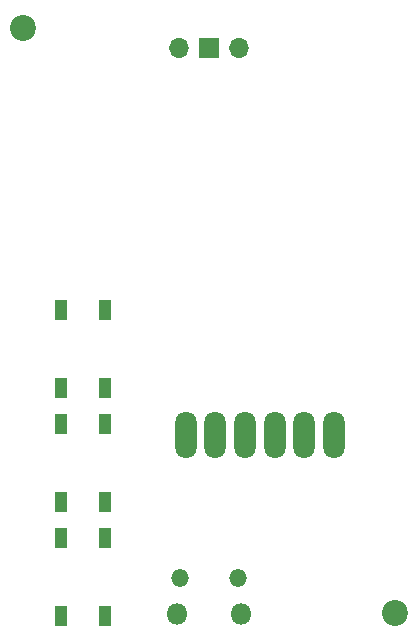
<source format=gbr>
%TF.GenerationSoftware,KiCad,Pcbnew,(6.0.5)*%
%TF.CreationDate,2023-02-05T19:42:52+01:00*%
%TF.ProjectId,PicoMemcard-pico,5069636f-4d65-46d6-9361-72642d706963,1.1.2*%
%TF.SameCoordinates,Original*%
%TF.FileFunction,Soldermask,Bot*%
%TF.FilePolarity,Negative*%
%FSLAX46Y46*%
G04 Gerber Fmt 4.6, Leading zero omitted, Abs format (unit mm)*
G04 Created by KiCad (PCBNEW (6.0.5)) date 2023-02-05 19:42:52*
%MOMM*%
%LPD*%
G01*
G04 APERTURE LIST*
%ADD10C,2.200000*%
%ADD11O,1.500000X1.500000*%
%ADD12O,1.800000X1.800000*%
%ADD13O,1.700000X1.700000*%
%ADD14R,1.700000X1.700000*%
%ADD15O,1.800000X4.000000*%
%ADD16R,1.000000X1.700000*%
G04 APERTURE END LIST*
D10*
%TO.C,M2*%
X133350000Y-75438000D03*
%TD*%
%TO.C,M2*%
X164846000Y-124968000D03*
%TD*%
D11*
%TO.C,U1*%
X146673000Y-122062000D03*
D12*
X151823000Y-125092000D03*
D11*
X151523000Y-122062000D03*
D12*
X146373000Y-125092000D03*
D13*
X151638000Y-77192000D03*
D14*
X149098000Y-77192000D03*
D13*
X146558000Y-77192000D03*
%TD*%
D15*
%TO.C,J2*%
X147150000Y-109948000D03*
X149650000Y-109948000D03*
X152150000Y-109948000D03*
X154650000Y-109948000D03*
X157150000Y-109948000D03*
X159650000Y-109948000D03*
%TD*%
D16*
%TO.C,1*%
X140280000Y-105916000D03*
X140280000Y-99316000D03*
X136580000Y-105916000D03*
X136580000Y-99316000D03*
%TD*%
%TO.C,2*%
X140280000Y-115568000D03*
X140280000Y-108968000D03*
X136580000Y-115568000D03*
X136580000Y-108968000D03*
%TD*%
%TO.C,3*%
X140280000Y-125220000D03*
X140280000Y-118620000D03*
X136580000Y-125220000D03*
X136580000Y-118620000D03*
%TD*%
M02*

</source>
